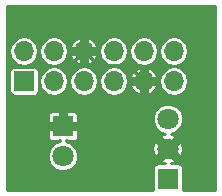
<source format=gbl>
G04 #@! TF.FileFunction,Copper,L2,Bot,Signal*
%FSLAX46Y46*%
G04 Gerber Fmt 4.6, Leading zero omitted, Abs format (unit mm)*
G04 Created by KiCad (PCBNEW 4.0.6+dfsg1-1) date Wed May  9 09:06:51 2018*
%MOMM*%
%LPD*%
G01*
G04 APERTURE LIST*
%ADD10C,0.100000*%
%ADD11R,1.800000X1.800000*%
%ADD12C,1.800000*%
%ADD13R,1.700000X1.700000*%
%ADD14O,1.700000X1.700000*%
%ADD15C,0.250000*%
%ADD16C,0.254000*%
G04 APERTURE END LIST*
D10*
D11*
X148717000Y-101473000D03*
D12*
X148717000Y-98933000D03*
X148717000Y-96393000D03*
D11*
X139827000Y-97028000D03*
D12*
X139827000Y-99568000D03*
D13*
X136525000Y-93218000D03*
D14*
X136525000Y-90678000D03*
X139065000Y-93218000D03*
X139065000Y-90678000D03*
X141605000Y-93218000D03*
X141605000Y-90678000D03*
X144145000Y-93218000D03*
X144145000Y-90678000D03*
X146685000Y-93218000D03*
X146685000Y-90678000D03*
X149225000Y-93218000D03*
X149225000Y-90678000D03*
D15*
X144335500Y-91884500D02*
X142811500Y-91884500D01*
X142811500Y-91884500D02*
X141605000Y-90678000D01*
X145351500Y-91948000D02*
X144399000Y-91948000D01*
X144399000Y-91948000D02*
X144335500Y-91884500D01*
X145771501Y-92368001D02*
X145351500Y-91948000D01*
X146685000Y-93218000D02*
X145835001Y-92368001D01*
X145835001Y-92368001D02*
X145771501Y-92368001D01*
X140335000Y-95370000D02*
X140335000Y-91948000D01*
X140335000Y-91948000D02*
X141605000Y-90678000D01*
X139827000Y-97028000D02*
X139827000Y-95878000D01*
X139827000Y-95878000D02*
X140335000Y-95370000D01*
D16*
G36*
X152706000Y-102414000D02*
X149997161Y-102414000D01*
X150005464Y-102373000D01*
X150005464Y-100573000D01*
X149978897Y-100431810D01*
X149895454Y-100302135D01*
X149768134Y-100215141D01*
X149617000Y-100184536D01*
X149004196Y-100184536D01*
X149168290Y-100158652D01*
X149264557Y-100118777D01*
X149374542Y-99949752D01*
X148717000Y-99292210D01*
X148059458Y-99949752D01*
X148169443Y-100118777D01*
X148442590Y-100184536D01*
X147817000Y-100184536D01*
X147675810Y-100211103D01*
X147546135Y-100294546D01*
X147459141Y-100421866D01*
X147428536Y-100573000D01*
X147428536Y-102373000D01*
X147436251Y-102414000D01*
X135076000Y-102414000D01*
X135076000Y-99821689D01*
X138545778Y-99821689D01*
X138740388Y-100292680D01*
X139100425Y-100653345D01*
X139571076Y-100848777D01*
X140080689Y-100849222D01*
X140551680Y-100654612D01*
X140912345Y-100294575D01*
X141107777Y-99823924D01*
X141108222Y-99314311D01*
X140929140Y-98880900D01*
X147411944Y-98880900D01*
X147491348Y-99384290D01*
X147531223Y-99480557D01*
X147700248Y-99590542D01*
X148357790Y-98933000D01*
X149076210Y-98933000D01*
X149733752Y-99590542D01*
X149902777Y-99480557D01*
X150022056Y-98985100D01*
X149942652Y-98481710D01*
X149902777Y-98385443D01*
X149733752Y-98275458D01*
X149076210Y-98933000D01*
X148357790Y-98933000D01*
X147700248Y-98275458D01*
X147531223Y-98385443D01*
X147411944Y-98880900D01*
X140929140Y-98880900D01*
X140913612Y-98843320D01*
X140553575Y-98482655D01*
X140082924Y-98287223D01*
X140081002Y-98287221D01*
X140081002Y-98213752D01*
X140176250Y-98309000D01*
X140802785Y-98309000D01*
X140942819Y-98250996D01*
X141049996Y-98143820D01*
X141108000Y-98003786D01*
X141108000Y-97377250D01*
X141012750Y-97282000D01*
X140081000Y-97282000D01*
X140081000Y-97302000D01*
X139573000Y-97302000D01*
X139573000Y-97282000D01*
X138641250Y-97282000D01*
X138546000Y-97377250D01*
X138546000Y-98003786D01*
X138604004Y-98143820D01*
X138711181Y-98250996D01*
X138851215Y-98309000D01*
X139477750Y-98309000D01*
X139572998Y-98213752D01*
X139572998Y-98286907D01*
X139102320Y-98481388D01*
X138741655Y-98841425D01*
X138546223Y-99312076D01*
X138545778Y-99821689D01*
X135076000Y-99821689D01*
X135076000Y-96052214D01*
X138546000Y-96052214D01*
X138546000Y-96678750D01*
X138641250Y-96774000D01*
X139573000Y-96774000D01*
X139573000Y-95842250D01*
X140081000Y-95842250D01*
X140081000Y-96774000D01*
X141012750Y-96774000D01*
X141108000Y-96678750D01*
X141108000Y-96646689D01*
X147435778Y-96646689D01*
X147630388Y-97117680D01*
X147990425Y-97478345D01*
X148461076Y-97673777D01*
X148478441Y-97673792D01*
X148265710Y-97707348D01*
X148169443Y-97747223D01*
X148059458Y-97916248D01*
X148717000Y-98573790D01*
X149374542Y-97916248D01*
X149264557Y-97747223D01*
X148961294Y-97674214D01*
X148970689Y-97674222D01*
X149441680Y-97479612D01*
X149802345Y-97119575D01*
X149997777Y-96648924D01*
X149998222Y-96139311D01*
X149803612Y-95668320D01*
X149443575Y-95307655D01*
X148972924Y-95112223D01*
X148463311Y-95111778D01*
X147992320Y-95306388D01*
X147631655Y-95666425D01*
X147436223Y-96137076D01*
X147435778Y-96646689D01*
X141108000Y-96646689D01*
X141108000Y-96052214D01*
X141049996Y-95912180D01*
X140942819Y-95805004D01*
X140802785Y-95747000D01*
X140176250Y-95747000D01*
X140081000Y-95842250D01*
X139573000Y-95842250D01*
X139477750Y-95747000D01*
X138851215Y-95747000D01*
X138711181Y-95805004D01*
X138604004Y-95912180D01*
X138546000Y-96052214D01*
X135076000Y-96052214D01*
X135076000Y-92368000D01*
X135286536Y-92368000D01*
X135286536Y-94068000D01*
X135313103Y-94209190D01*
X135396546Y-94338865D01*
X135523866Y-94425859D01*
X135675000Y-94456464D01*
X137375000Y-94456464D01*
X137516190Y-94429897D01*
X137645865Y-94346454D01*
X137732859Y-94219134D01*
X137763464Y-94068000D01*
X137763464Y-93193883D01*
X137834000Y-93193883D01*
X137834000Y-93242117D01*
X137927704Y-93713200D01*
X138194552Y-94112565D01*
X138593917Y-94379413D01*
X139065000Y-94473117D01*
X139536083Y-94379413D01*
X139935448Y-94112565D01*
X140202296Y-93713200D01*
X140296000Y-93242117D01*
X140296000Y-93193883D01*
X140374000Y-93193883D01*
X140374000Y-93242117D01*
X140467704Y-93713200D01*
X140734552Y-94112565D01*
X141133917Y-94379413D01*
X141605000Y-94473117D01*
X142076083Y-94379413D01*
X142475448Y-94112565D01*
X142742296Y-93713200D01*
X142836000Y-93242117D01*
X142836000Y-93193883D01*
X142914000Y-93193883D01*
X142914000Y-93242117D01*
X143007704Y-93713200D01*
X143274552Y-94112565D01*
X143673917Y-94379413D01*
X144145000Y-94473117D01*
X144616083Y-94379413D01*
X145015448Y-94112565D01*
X145282296Y-93713200D01*
X145293414Y-93657303D01*
X145535030Y-93657303D01*
X145790680Y-94063938D01*
X146182483Y-94341786D01*
X146245700Y-94367946D01*
X146431000Y-94324983D01*
X146431000Y-93472000D01*
X146939000Y-93472000D01*
X146939000Y-94324983D01*
X147124300Y-94367946D01*
X147187517Y-94341786D01*
X147579320Y-94063938D01*
X147834970Y-93657303D01*
X147794284Y-93472000D01*
X146939000Y-93472000D01*
X146431000Y-93472000D01*
X145575716Y-93472000D01*
X145535030Y-93657303D01*
X145293414Y-93657303D01*
X145376000Y-93242117D01*
X145376000Y-93193883D01*
X147994000Y-93193883D01*
X147994000Y-93242117D01*
X148087704Y-93713200D01*
X148354552Y-94112565D01*
X148753917Y-94379413D01*
X149225000Y-94473117D01*
X149696083Y-94379413D01*
X150095448Y-94112565D01*
X150362296Y-93713200D01*
X150456000Y-93242117D01*
X150456000Y-93193883D01*
X150362296Y-92722800D01*
X150095448Y-92323435D01*
X149696083Y-92056587D01*
X149225000Y-91962883D01*
X148753917Y-92056587D01*
X148354552Y-92323435D01*
X148087704Y-92722800D01*
X147994000Y-93193883D01*
X145376000Y-93193883D01*
X145293415Y-92778697D01*
X145535030Y-92778697D01*
X145575716Y-92964000D01*
X146431000Y-92964000D01*
X146431000Y-92111017D01*
X146939000Y-92111017D01*
X146939000Y-92964000D01*
X147794284Y-92964000D01*
X147834970Y-92778697D01*
X147579320Y-92372062D01*
X147187517Y-92094214D01*
X147124300Y-92068054D01*
X146939000Y-92111017D01*
X146431000Y-92111017D01*
X146245700Y-92068054D01*
X146182483Y-92094214D01*
X145790680Y-92372062D01*
X145535030Y-92778697D01*
X145293415Y-92778697D01*
X145282296Y-92722800D01*
X145015448Y-92323435D01*
X144616083Y-92056587D01*
X144145000Y-91962883D01*
X143673917Y-92056587D01*
X143274552Y-92323435D01*
X143007704Y-92722800D01*
X142914000Y-93193883D01*
X142836000Y-93193883D01*
X142742296Y-92722800D01*
X142475448Y-92323435D01*
X142076083Y-92056587D01*
X141605000Y-91962883D01*
X141133917Y-92056587D01*
X140734552Y-92323435D01*
X140467704Y-92722800D01*
X140374000Y-93193883D01*
X140296000Y-93193883D01*
X140202296Y-92722800D01*
X139935448Y-92323435D01*
X139536083Y-92056587D01*
X139065000Y-91962883D01*
X138593917Y-92056587D01*
X138194552Y-92323435D01*
X137927704Y-92722800D01*
X137834000Y-93193883D01*
X137763464Y-93193883D01*
X137763464Y-92368000D01*
X137736897Y-92226810D01*
X137653454Y-92097135D01*
X137526134Y-92010141D01*
X137375000Y-91979536D01*
X135675000Y-91979536D01*
X135533810Y-92006103D01*
X135404135Y-92089546D01*
X135317141Y-92216866D01*
X135286536Y-92368000D01*
X135076000Y-92368000D01*
X135076000Y-90653883D01*
X135294000Y-90653883D01*
X135294000Y-90702117D01*
X135387704Y-91173200D01*
X135654552Y-91572565D01*
X136053917Y-91839413D01*
X136525000Y-91933117D01*
X136996083Y-91839413D01*
X137395448Y-91572565D01*
X137662296Y-91173200D01*
X137756000Y-90702117D01*
X137756000Y-90653883D01*
X137834000Y-90653883D01*
X137834000Y-90702117D01*
X137927704Y-91173200D01*
X138194552Y-91572565D01*
X138593917Y-91839413D01*
X139065000Y-91933117D01*
X139536083Y-91839413D01*
X139935448Y-91572565D01*
X140202296Y-91173200D01*
X140213414Y-91117303D01*
X140455030Y-91117303D01*
X140710680Y-91523938D01*
X141102483Y-91801786D01*
X141165700Y-91827946D01*
X141351000Y-91784983D01*
X141351000Y-90932000D01*
X141859000Y-90932000D01*
X141859000Y-91784983D01*
X142044300Y-91827946D01*
X142107517Y-91801786D01*
X142499320Y-91523938D01*
X142754970Y-91117303D01*
X142714284Y-90932000D01*
X141859000Y-90932000D01*
X141351000Y-90932000D01*
X140495716Y-90932000D01*
X140455030Y-91117303D01*
X140213414Y-91117303D01*
X140296000Y-90702117D01*
X140296000Y-90653883D01*
X142914000Y-90653883D01*
X142914000Y-90702117D01*
X143007704Y-91173200D01*
X143274552Y-91572565D01*
X143673917Y-91839413D01*
X144145000Y-91933117D01*
X144616083Y-91839413D01*
X145015448Y-91572565D01*
X145282296Y-91173200D01*
X145376000Y-90702117D01*
X145376000Y-90653883D01*
X145454000Y-90653883D01*
X145454000Y-90702117D01*
X145547704Y-91173200D01*
X145814552Y-91572565D01*
X146213917Y-91839413D01*
X146685000Y-91933117D01*
X147156083Y-91839413D01*
X147555448Y-91572565D01*
X147822296Y-91173200D01*
X147916000Y-90702117D01*
X147916000Y-90653883D01*
X147994000Y-90653883D01*
X147994000Y-90702117D01*
X148087704Y-91173200D01*
X148354552Y-91572565D01*
X148753917Y-91839413D01*
X149225000Y-91933117D01*
X149696083Y-91839413D01*
X150095448Y-91572565D01*
X150362296Y-91173200D01*
X150456000Y-90702117D01*
X150456000Y-90653883D01*
X150362296Y-90182800D01*
X150095448Y-89783435D01*
X149696083Y-89516587D01*
X149225000Y-89422883D01*
X148753917Y-89516587D01*
X148354552Y-89783435D01*
X148087704Y-90182800D01*
X147994000Y-90653883D01*
X147916000Y-90653883D01*
X147822296Y-90182800D01*
X147555448Y-89783435D01*
X147156083Y-89516587D01*
X146685000Y-89422883D01*
X146213917Y-89516587D01*
X145814552Y-89783435D01*
X145547704Y-90182800D01*
X145454000Y-90653883D01*
X145376000Y-90653883D01*
X145282296Y-90182800D01*
X145015448Y-89783435D01*
X144616083Y-89516587D01*
X144145000Y-89422883D01*
X143673917Y-89516587D01*
X143274552Y-89783435D01*
X143007704Y-90182800D01*
X142914000Y-90653883D01*
X140296000Y-90653883D01*
X140213415Y-90238697D01*
X140455030Y-90238697D01*
X140495716Y-90424000D01*
X141351000Y-90424000D01*
X141351000Y-89571017D01*
X141859000Y-89571017D01*
X141859000Y-90424000D01*
X142714284Y-90424000D01*
X142754970Y-90238697D01*
X142499320Y-89832062D01*
X142107517Y-89554214D01*
X142044300Y-89528054D01*
X141859000Y-89571017D01*
X141351000Y-89571017D01*
X141165700Y-89528054D01*
X141102483Y-89554214D01*
X140710680Y-89832062D01*
X140455030Y-90238697D01*
X140213415Y-90238697D01*
X140202296Y-90182800D01*
X139935448Y-89783435D01*
X139536083Y-89516587D01*
X139065000Y-89422883D01*
X138593917Y-89516587D01*
X138194552Y-89783435D01*
X137927704Y-90182800D01*
X137834000Y-90653883D01*
X137756000Y-90653883D01*
X137662296Y-90182800D01*
X137395448Y-89783435D01*
X136996083Y-89516587D01*
X136525000Y-89422883D01*
X136053917Y-89516587D01*
X135654552Y-89783435D01*
X135387704Y-90182800D01*
X135294000Y-90653883D01*
X135076000Y-90653883D01*
X135076000Y-86816000D01*
X152706000Y-86816000D01*
X152706000Y-102414000D01*
X152706000Y-102414000D01*
G37*
X152706000Y-102414000D02*
X149997161Y-102414000D01*
X150005464Y-102373000D01*
X150005464Y-100573000D01*
X149978897Y-100431810D01*
X149895454Y-100302135D01*
X149768134Y-100215141D01*
X149617000Y-100184536D01*
X149004196Y-100184536D01*
X149168290Y-100158652D01*
X149264557Y-100118777D01*
X149374542Y-99949752D01*
X148717000Y-99292210D01*
X148059458Y-99949752D01*
X148169443Y-100118777D01*
X148442590Y-100184536D01*
X147817000Y-100184536D01*
X147675810Y-100211103D01*
X147546135Y-100294546D01*
X147459141Y-100421866D01*
X147428536Y-100573000D01*
X147428536Y-102373000D01*
X147436251Y-102414000D01*
X135076000Y-102414000D01*
X135076000Y-99821689D01*
X138545778Y-99821689D01*
X138740388Y-100292680D01*
X139100425Y-100653345D01*
X139571076Y-100848777D01*
X140080689Y-100849222D01*
X140551680Y-100654612D01*
X140912345Y-100294575D01*
X141107777Y-99823924D01*
X141108222Y-99314311D01*
X140929140Y-98880900D01*
X147411944Y-98880900D01*
X147491348Y-99384290D01*
X147531223Y-99480557D01*
X147700248Y-99590542D01*
X148357790Y-98933000D01*
X149076210Y-98933000D01*
X149733752Y-99590542D01*
X149902777Y-99480557D01*
X150022056Y-98985100D01*
X149942652Y-98481710D01*
X149902777Y-98385443D01*
X149733752Y-98275458D01*
X149076210Y-98933000D01*
X148357790Y-98933000D01*
X147700248Y-98275458D01*
X147531223Y-98385443D01*
X147411944Y-98880900D01*
X140929140Y-98880900D01*
X140913612Y-98843320D01*
X140553575Y-98482655D01*
X140082924Y-98287223D01*
X140081002Y-98287221D01*
X140081002Y-98213752D01*
X140176250Y-98309000D01*
X140802785Y-98309000D01*
X140942819Y-98250996D01*
X141049996Y-98143820D01*
X141108000Y-98003786D01*
X141108000Y-97377250D01*
X141012750Y-97282000D01*
X140081000Y-97282000D01*
X140081000Y-97302000D01*
X139573000Y-97302000D01*
X139573000Y-97282000D01*
X138641250Y-97282000D01*
X138546000Y-97377250D01*
X138546000Y-98003786D01*
X138604004Y-98143820D01*
X138711181Y-98250996D01*
X138851215Y-98309000D01*
X139477750Y-98309000D01*
X139572998Y-98213752D01*
X139572998Y-98286907D01*
X139102320Y-98481388D01*
X138741655Y-98841425D01*
X138546223Y-99312076D01*
X138545778Y-99821689D01*
X135076000Y-99821689D01*
X135076000Y-96052214D01*
X138546000Y-96052214D01*
X138546000Y-96678750D01*
X138641250Y-96774000D01*
X139573000Y-96774000D01*
X139573000Y-95842250D01*
X140081000Y-95842250D01*
X140081000Y-96774000D01*
X141012750Y-96774000D01*
X141108000Y-96678750D01*
X141108000Y-96646689D01*
X147435778Y-96646689D01*
X147630388Y-97117680D01*
X147990425Y-97478345D01*
X148461076Y-97673777D01*
X148478441Y-97673792D01*
X148265710Y-97707348D01*
X148169443Y-97747223D01*
X148059458Y-97916248D01*
X148717000Y-98573790D01*
X149374542Y-97916248D01*
X149264557Y-97747223D01*
X148961294Y-97674214D01*
X148970689Y-97674222D01*
X149441680Y-97479612D01*
X149802345Y-97119575D01*
X149997777Y-96648924D01*
X149998222Y-96139311D01*
X149803612Y-95668320D01*
X149443575Y-95307655D01*
X148972924Y-95112223D01*
X148463311Y-95111778D01*
X147992320Y-95306388D01*
X147631655Y-95666425D01*
X147436223Y-96137076D01*
X147435778Y-96646689D01*
X141108000Y-96646689D01*
X141108000Y-96052214D01*
X141049996Y-95912180D01*
X140942819Y-95805004D01*
X140802785Y-95747000D01*
X140176250Y-95747000D01*
X140081000Y-95842250D01*
X139573000Y-95842250D01*
X139477750Y-95747000D01*
X138851215Y-95747000D01*
X138711181Y-95805004D01*
X138604004Y-95912180D01*
X138546000Y-96052214D01*
X135076000Y-96052214D01*
X135076000Y-92368000D01*
X135286536Y-92368000D01*
X135286536Y-94068000D01*
X135313103Y-94209190D01*
X135396546Y-94338865D01*
X135523866Y-94425859D01*
X135675000Y-94456464D01*
X137375000Y-94456464D01*
X137516190Y-94429897D01*
X137645865Y-94346454D01*
X137732859Y-94219134D01*
X137763464Y-94068000D01*
X137763464Y-93193883D01*
X137834000Y-93193883D01*
X137834000Y-93242117D01*
X137927704Y-93713200D01*
X138194552Y-94112565D01*
X138593917Y-94379413D01*
X139065000Y-94473117D01*
X139536083Y-94379413D01*
X139935448Y-94112565D01*
X140202296Y-93713200D01*
X140296000Y-93242117D01*
X140296000Y-93193883D01*
X140374000Y-93193883D01*
X140374000Y-93242117D01*
X140467704Y-93713200D01*
X140734552Y-94112565D01*
X141133917Y-94379413D01*
X141605000Y-94473117D01*
X142076083Y-94379413D01*
X142475448Y-94112565D01*
X142742296Y-93713200D01*
X142836000Y-93242117D01*
X142836000Y-93193883D01*
X142914000Y-93193883D01*
X142914000Y-93242117D01*
X143007704Y-93713200D01*
X143274552Y-94112565D01*
X143673917Y-94379413D01*
X144145000Y-94473117D01*
X144616083Y-94379413D01*
X145015448Y-94112565D01*
X145282296Y-93713200D01*
X145293414Y-93657303D01*
X145535030Y-93657303D01*
X145790680Y-94063938D01*
X146182483Y-94341786D01*
X146245700Y-94367946D01*
X146431000Y-94324983D01*
X146431000Y-93472000D01*
X146939000Y-93472000D01*
X146939000Y-94324983D01*
X147124300Y-94367946D01*
X147187517Y-94341786D01*
X147579320Y-94063938D01*
X147834970Y-93657303D01*
X147794284Y-93472000D01*
X146939000Y-93472000D01*
X146431000Y-93472000D01*
X145575716Y-93472000D01*
X145535030Y-93657303D01*
X145293414Y-93657303D01*
X145376000Y-93242117D01*
X145376000Y-93193883D01*
X147994000Y-93193883D01*
X147994000Y-93242117D01*
X148087704Y-93713200D01*
X148354552Y-94112565D01*
X148753917Y-94379413D01*
X149225000Y-94473117D01*
X149696083Y-94379413D01*
X150095448Y-94112565D01*
X150362296Y-93713200D01*
X150456000Y-93242117D01*
X150456000Y-93193883D01*
X150362296Y-92722800D01*
X150095448Y-92323435D01*
X149696083Y-92056587D01*
X149225000Y-91962883D01*
X148753917Y-92056587D01*
X148354552Y-92323435D01*
X148087704Y-92722800D01*
X147994000Y-93193883D01*
X145376000Y-93193883D01*
X145293415Y-92778697D01*
X145535030Y-92778697D01*
X145575716Y-92964000D01*
X146431000Y-92964000D01*
X146431000Y-92111017D01*
X146939000Y-92111017D01*
X146939000Y-92964000D01*
X147794284Y-92964000D01*
X147834970Y-92778697D01*
X147579320Y-92372062D01*
X147187517Y-92094214D01*
X147124300Y-92068054D01*
X146939000Y-92111017D01*
X146431000Y-92111017D01*
X146245700Y-92068054D01*
X146182483Y-92094214D01*
X145790680Y-92372062D01*
X145535030Y-92778697D01*
X145293415Y-92778697D01*
X145282296Y-92722800D01*
X145015448Y-92323435D01*
X144616083Y-92056587D01*
X144145000Y-91962883D01*
X143673917Y-92056587D01*
X143274552Y-92323435D01*
X143007704Y-92722800D01*
X142914000Y-93193883D01*
X142836000Y-93193883D01*
X142742296Y-92722800D01*
X142475448Y-92323435D01*
X142076083Y-92056587D01*
X141605000Y-91962883D01*
X141133917Y-92056587D01*
X140734552Y-92323435D01*
X140467704Y-92722800D01*
X140374000Y-93193883D01*
X140296000Y-93193883D01*
X140202296Y-92722800D01*
X139935448Y-92323435D01*
X139536083Y-92056587D01*
X139065000Y-91962883D01*
X138593917Y-92056587D01*
X138194552Y-92323435D01*
X137927704Y-92722800D01*
X137834000Y-93193883D01*
X137763464Y-93193883D01*
X137763464Y-92368000D01*
X137736897Y-92226810D01*
X137653454Y-92097135D01*
X137526134Y-92010141D01*
X137375000Y-91979536D01*
X135675000Y-91979536D01*
X135533810Y-92006103D01*
X135404135Y-92089546D01*
X135317141Y-92216866D01*
X135286536Y-92368000D01*
X135076000Y-92368000D01*
X135076000Y-90653883D01*
X135294000Y-90653883D01*
X135294000Y-90702117D01*
X135387704Y-91173200D01*
X135654552Y-91572565D01*
X136053917Y-91839413D01*
X136525000Y-91933117D01*
X136996083Y-91839413D01*
X137395448Y-91572565D01*
X137662296Y-91173200D01*
X137756000Y-90702117D01*
X137756000Y-90653883D01*
X137834000Y-90653883D01*
X137834000Y-90702117D01*
X137927704Y-91173200D01*
X138194552Y-91572565D01*
X138593917Y-91839413D01*
X139065000Y-91933117D01*
X139536083Y-91839413D01*
X139935448Y-91572565D01*
X140202296Y-91173200D01*
X140213414Y-91117303D01*
X140455030Y-91117303D01*
X140710680Y-91523938D01*
X141102483Y-91801786D01*
X141165700Y-91827946D01*
X141351000Y-91784983D01*
X141351000Y-90932000D01*
X141859000Y-90932000D01*
X141859000Y-91784983D01*
X142044300Y-91827946D01*
X142107517Y-91801786D01*
X142499320Y-91523938D01*
X142754970Y-91117303D01*
X142714284Y-90932000D01*
X141859000Y-90932000D01*
X141351000Y-90932000D01*
X140495716Y-90932000D01*
X140455030Y-91117303D01*
X140213414Y-91117303D01*
X140296000Y-90702117D01*
X140296000Y-90653883D01*
X142914000Y-90653883D01*
X142914000Y-90702117D01*
X143007704Y-91173200D01*
X143274552Y-91572565D01*
X143673917Y-91839413D01*
X144145000Y-91933117D01*
X144616083Y-91839413D01*
X145015448Y-91572565D01*
X145282296Y-91173200D01*
X145376000Y-90702117D01*
X145376000Y-90653883D01*
X145454000Y-90653883D01*
X145454000Y-90702117D01*
X145547704Y-91173200D01*
X145814552Y-91572565D01*
X146213917Y-91839413D01*
X146685000Y-91933117D01*
X147156083Y-91839413D01*
X147555448Y-91572565D01*
X147822296Y-91173200D01*
X147916000Y-90702117D01*
X147916000Y-90653883D01*
X147994000Y-90653883D01*
X147994000Y-90702117D01*
X148087704Y-91173200D01*
X148354552Y-91572565D01*
X148753917Y-91839413D01*
X149225000Y-91933117D01*
X149696083Y-91839413D01*
X150095448Y-91572565D01*
X150362296Y-91173200D01*
X150456000Y-90702117D01*
X150456000Y-90653883D01*
X150362296Y-90182800D01*
X150095448Y-89783435D01*
X149696083Y-89516587D01*
X149225000Y-89422883D01*
X148753917Y-89516587D01*
X148354552Y-89783435D01*
X148087704Y-90182800D01*
X147994000Y-90653883D01*
X147916000Y-90653883D01*
X147822296Y-90182800D01*
X147555448Y-89783435D01*
X147156083Y-89516587D01*
X146685000Y-89422883D01*
X146213917Y-89516587D01*
X145814552Y-89783435D01*
X145547704Y-90182800D01*
X145454000Y-90653883D01*
X145376000Y-90653883D01*
X145282296Y-90182800D01*
X145015448Y-89783435D01*
X144616083Y-89516587D01*
X144145000Y-89422883D01*
X143673917Y-89516587D01*
X143274552Y-89783435D01*
X143007704Y-90182800D01*
X142914000Y-90653883D01*
X140296000Y-90653883D01*
X140213415Y-90238697D01*
X140455030Y-90238697D01*
X140495716Y-90424000D01*
X141351000Y-90424000D01*
X141351000Y-89571017D01*
X141859000Y-89571017D01*
X141859000Y-90424000D01*
X142714284Y-90424000D01*
X142754970Y-90238697D01*
X142499320Y-89832062D01*
X142107517Y-89554214D01*
X142044300Y-89528054D01*
X141859000Y-89571017D01*
X141351000Y-89571017D01*
X141165700Y-89528054D01*
X141102483Y-89554214D01*
X140710680Y-89832062D01*
X140455030Y-90238697D01*
X140213415Y-90238697D01*
X140202296Y-90182800D01*
X139935448Y-89783435D01*
X139536083Y-89516587D01*
X139065000Y-89422883D01*
X138593917Y-89516587D01*
X138194552Y-89783435D01*
X137927704Y-90182800D01*
X137834000Y-90653883D01*
X137756000Y-90653883D01*
X137662296Y-90182800D01*
X137395448Y-89783435D01*
X136996083Y-89516587D01*
X136525000Y-89422883D01*
X136053917Y-89516587D01*
X135654552Y-89783435D01*
X135387704Y-90182800D01*
X135294000Y-90653883D01*
X135076000Y-90653883D01*
X135076000Y-86816000D01*
X152706000Y-86816000D01*
X152706000Y-102414000D01*
M02*

</source>
